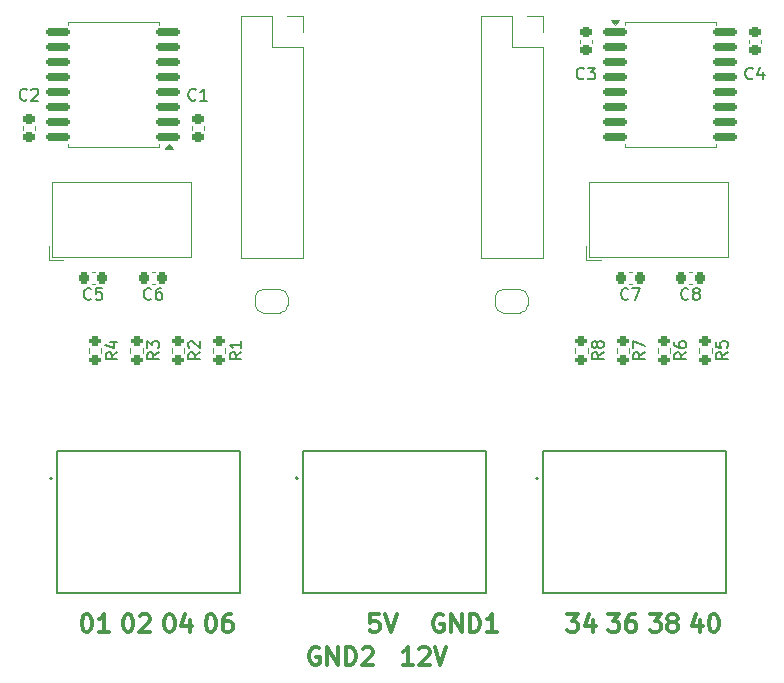
<source format=gto>
G04 #@! TF.GenerationSoftware,KiCad,Pcbnew,8.0.8*
G04 #@! TF.CreationDate,2025-02-11T18:02:45+01:00*
G04 #@! TF.ProjectId,PCB,5043422e-6b69-4636-9164-5f7063625858,rev?*
G04 #@! TF.SameCoordinates,Original*
G04 #@! TF.FileFunction,Legend,Top*
G04 #@! TF.FilePolarity,Positive*
%FSLAX46Y46*%
G04 Gerber Fmt 4.6, Leading zero omitted, Abs format (unit mm)*
G04 Created by KiCad (PCBNEW 8.0.8) date 2025-02-11 18:02:45*
%MOMM*%
%LPD*%
G01*
G04 APERTURE LIST*
G04 Aperture macros list*
%AMRoundRect*
0 Rectangle with rounded corners*
0 $1 Rounding radius*
0 $2 $3 $4 $5 $6 $7 $8 $9 X,Y pos of 4 corners*
0 Add a 4 corners polygon primitive as box body*
4,1,4,$2,$3,$4,$5,$6,$7,$8,$9,$2,$3,0*
0 Add four circle primitives for the rounded corners*
1,1,$1+$1,$2,$3*
1,1,$1+$1,$4,$5*
1,1,$1+$1,$6,$7*
1,1,$1+$1,$8,$9*
0 Add four rect primitives between the rounded corners*
20,1,$1+$1,$2,$3,$4,$5,0*
20,1,$1+$1,$4,$5,$6,$7,0*
20,1,$1+$1,$6,$7,$8,$9,0*
20,1,$1+$1,$8,$9,$2,$3,0*%
%AMFreePoly0*
4,1,19,0.500000,-0.750000,0.000000,-0.750000,0.000000,-0.744911,-0.071157,-0.744911,-0.207708,-0.704816,-0.327430,-0.627875,-0.420627,-0.520320,-0.479746,-0.390866,-0.500000,-0.250000,-0.500000,0.250000,-0.479746,0.390866,-0.420627,0.520320,-0.327430,0.627875,-0.207708,0.704816,-0.071157,0.744911,0.000000,0.744911,0.000000,0.750000,0.500000,0.750000,0.500000,-0.750000,0.500000,-0.750000,
$1*%
%AMFreePoly1*
4,1,19,0.000000,0.744911,0.071157,0.744911,0.207708,0.704816,0.327430,0.627875,0.420627,0.520320,0.479746,0.390866,0.500000,0.250000,0.500000,-0.250000,0.479746,-0.390866,0.420627,-0.520320,0.327430,-0.627875,0.207708,-0.704816,0.071157,-0.744911,0.000000,-0.744911,0.000000,-0.750000,-0.500000,-0.750000,-0.500000,0.750000,0.000000,0.750000,0.000000,0.744911,0.000000,0.744911,
$1*%
G04 Aperture macros list end*
%ADD10C,0.300000*%
%ADD11C,0.150000*%
%ADD12C,0.120000*%
%ADD13C,0.127000*%
%ADD14C,0.200000*%
%ADD15O,1.750000X2.250000*%
%ADD16RoundRect,0.200000X-0.275000X0.200000X-0.275000X-0.200000X0.275000X-0.200000X0.275000X0.200000X0*%
%ADD17C,4.300000*%
%ADD18RoundRect,0.150000X0.875000X0.150000X-0.875000X0.150000X-0.875000X-0.150000X0.875000X-0.150000X0*%
%ADD19C,1.700000*%
%ADD20O,1.700000X1.700000*%
%ADD21C,1.712000*%
%ADD22RoundRect,0.225000X0.225000X0.250000X-0.225000X0.250000X-0.225000X-0.250000X0.225000X-0.250000X0*%
%ADD23RoundRect,0.225000X0.250000X-0.225000X0.250000X0.225000X-0.250000X0.225000X-0.250000X-0.225000X0*%
%ADD24FreePoly0,180.000000*%
%ADD25FreePoly1,180.000000*%
%ADD26RoundRect,0.225000X-0.250000X0.225000X-0.250000X-0.225000X0.250000X-0.225000X0.250000X0.225000X0*%
%ADD27RoundRect,0.150000X-0.875000X-0.150000X0.875000X-0.150000X0.875000X0.150000X-0.875000X0.150000X0*%
G04 APERTURE END LIST*
D10*
X115836286Y-115336828D02*
X115979143Y-115336828D01*
X115979143Y-115336828D02*
X116122000Y-115408257D01*
X116122000Y-115408257D02*
X116193429Y-115479685D01*
X116193429Y-115479685D02*
X116264857Y-115622542D01*
X116264857Y-115622542D02*
X116336286Y-115908257D01*
X116336286Y-115908257D02*
X116336286Y-116265400D01*
X116336286Y-116265400D02*
X116264857Y-116551114D01*
X116264857Y-116551114D02*
X116193429Y-116693971D01*
X116193429Y-116693971D02*
X116122000Y-116765400D01*
X116122000Y-116765400D02*
X115979143Y-116836828D01*
X115979143Y-116836828D02*
X115836286Y-116836828D01*
X115836286Y-116836828D02*
X115693429Y-116765400D01*
X115693429Y-116765400D02*
X115622000Y-116693971D01*
X115622000Y-116693971D02*
X115550571Y-116551114D01*
X115550571Y-116551114D02*
X115479143Y-116265400D01*
X115479143Y-116265400D02*
X115479143Y-115908257D01*
X115479143Y-115908257D02*
X115550571Y-115622542D01*
X115550571Y-115622542D02*
X115622000Y-115479685D01*
X115622000Y-115479685D02*
X115693429Y-115408257D01*
X115693429Y-115408257D02*
X115836286Y-115336828D01*
X117764857Y-116836828D02*
X116907714Y-116836828D01*
X117336285Y-116836828D02*
X117336285Y-115336828D01*
X117336285Y-115336828D02*
X117193428Y-115551114D01*
X117193428Y-115551114D02*
X117050571Y-115693971D01*
X117050571Y-115693971D02*
X116907714Y-115765400D01*
X126336286Y-115336828D02*
X126479143Y-115336828D01*
X126479143Y-115336828D02*
X126622000Y-115408257D01*
X126622000Y-115408257D02*
X126693429Y-115479685D01*
X126693429Y-115479685D02*
X126764857Y-115622542D01*
X126764857Y-115622542D02*
X126836286Y-115908257D01*
X126836286Y-115908257D02*
X126836286Y-116265400D01*
X126836286Y-116265400D02*
X126764857Y-116551114D01*
X126764857Y-116551114D02*
X126693429Y-116693971D01*
X126693429Y-116693971D02*
X126622000Y-116765400D01*
X126622000Y-116765400D02*
X126479143Y-116836828D01*
X126479143Y-116836828D02*
X126336286Y-116836828D01*
X126336286Y-116836828D02*
X126193429Y-116765400D01*
X126193429Y-116765400D02*
X126122000Y-116693971D01*
X126122000Y-116693971D02*
X126050571Y-116551114D01*
X126050571Y-116551114D02*
X125979143Y-116265400D01*
X125979143Y-116265400D02*
X125979143Y-115908257D01*
X125979143Y-115908257D02*
X126050571Y-115622542D01*
X126050571Y-115622542D02*
X126122000Y-115479685D01*
X126122000Y-115479685D02*
X126193429Y-115408257D01*
X126193429Y-115408257D02*
X126336286Y-115336828D01*
X128122000Y-115336828D02*
X127836285Y-115336828D01*
X127836285Y-115336828D02*
X127693428Y-115408257D01*
X127693428Y-115408257D02*
X127622000Y-115479685D01*
X127622000Y-115479685D02*
X127479142Y-115693971D01*
X127479142Y-115693971D02*
X127407714Y-115979685D01*
X127407714Y-115979685D02*
X127407714Y-116551114D01*
X127407714Y-116551114D02*
X127479142Y-116693971D01*
X127479142Y-116693971D02*
X127550571Y-116765400D01*
X127550571Y-116765400D02*
X127693428Y-116836828D01*
X127693428Y-116836828D02*
X127979142Y-116836828D01*
X127979142Y-116836828D02*
X128122000Y-116765400D01*
X128122000Y-116765400D02*
X128193428Y-116693971D01*
X128193428Y-116693971D02*
X128264857Y-116551114D01*
X128264857Y-116551114D02*
X128264857Y-116193971D01*
X128264857Y-116193971D02*
X128193428Y-116051114D01*
X128193428Y-116051114D02*
X128122000Y-115979685D01*
X128122000Y-115979685D02*
X127979142Y-115908257D01*
X127979142Y-115908257D02*
X127693428Y-115908257D01*
X127693428Y-115908257D02*
X127550571Y-115979685D01*
X127550571Y-115979685D02*
X127479142Y-116051114D01*
X127479142Y-116051114D02*
X127407714Y-116193971D01*
X119336286Y-115336828D02*
X119479143Y-115336828D01*
X119479143Y-115336828D02*
X119622000Y-115408257D01*
X119622000Y-115408257D02*
X119693429Y-115479685D01*
X119693429Y-115479685D02*
X119764857Y-115622542D01*
X119764857Y-115622542D02*
X119836286Y-115908257D01*
X119836286Y-115908257D02*
X119836286Y-116265400D01*
X119836286Y-116265400D02*
X119764857Y-116551114D01*
X119764857Y-116551114D02*
X119693429Y-116693971D01*
X119693429Y-116693971D02*
X119622000Y-116765400D01*
X119622000Y-116765400D02*
X119479143Y-116836828D01*
X119479143Y-116836828D02*
X119336286Y-116836828D01*
X119336286Y-116836828D02*
X119193429Y-116765400D01*
X119193429Y-116765400D02*
X119122000Y-116693971D01*
X119122000Y-116693971D02*
X119050571Y-116551114D01*
X119050571Y-116551114D02*
X118979143Y-116265400D01*
X118979143Y-116265400D02*
X118979143Y-115908257D01*
X118979143Y-115908257D02*
X119050571Y-115622542D01*
X119050571Y-115622542D02*
X119122000Y-115479685D01*
X119122000Y-115479685D02*
X119193429Y-115408257D01*
X119193429Y-115408257D02*
X119336286Y-115336828D01*
X120407714Y-115479685D02*
X120479142Y-115408257D01*
X120479142Y-115408257D02*
X120622000Y-115336828D01*
X120622000Y-115336828D02*
X120979142Y-115336828D01*
X120979142Y-115336828D02*
X121122000Y-115408257D01*
X121122000Y-115408257D02*
X121193428Y-115479685D01*
X121193428Y-115479685D02*
X121264857Y-115622542D01*
X121264857Y-115622542D02*
X121264857Y-115765400D01*
X121264857Y-115765400D02*
X121193428Y-115979685D01*
X121193428Y-115979685D02*
X120336285Y-116836828D01*
X120336285Y-116836828D02*
X121264857Y-116836828D01*
X160067714Y-115336828D02*
X160996286Y-115336828D01*
X160996286Y-115336828D02*
X160496286Y-115908257D01*
X160496286Y-115908257D02*
X160710571Y-115908257D01*
X160710571Y-115908257D02*
X160853429Y-115979685D01*
X160853429Y-115979685D02*
X160924857Y-116051114D01*
X160924857Y-116051114D02*
X160996286Y-116193971D01*
X160996286Y-116193971D02*
X160996286Y-116551114D01*
X160996286Y-116551114D02*
X160924857Y-116693971D01*
X160924857Y-116693971D02*
X160853429Y-116765400D01*
X160853429Y-116765400D02*
X160710571Y-116836828D01*
X160710571Y-116836828D02*
X160282000Y-116836828D01*
X160282000Y-116836828D02*
X160139143Y-116765400D01*
X160139143Y-116765400D02*
X160067714Y-116693971D01*
X162282000Y-115336828D02*
X161996285Y-115336828D01*
X161996285Y-115336828D02*
X161853428Y-115408257D01*
X161853428Y-115408257D02*
X161782000Y-115479685D01*
X161782000Y-115479685D02*
X161639142Y-115693971D01*
X161639142Y-115693971D02*
X161567714Y-115979685D01*
X161567714Y-115979685D02*
X161567714Y-116551114D01*
X161567714Y-116551114D02*
X161639142Y-116693971D01*
X161639142Y-116693971D02*
X161710571Y-116765400D01*
X161710571Y-116765400D02*
X161853428Y-116836828D01*
X161853428Y-116836828D02*
X162139142Y-116836828D01*
X162139142Y-116836828D02*
X162282000Y-116765400D01*
X162282000Y-116765400D02*
X162353428Y-116693971D01*
X162353428Y-116693971D02*
X162424857Y-116551114D01*
X162424857Y-116551114D02*
X162424857Y-116193971D01*
X162424857Y-116193971D02*
X162353428Y-116051114D01*
X162353428Y-116051114D02*
X162282000Y-115979685D01*
X162282000Y-115979685D02*
X162139142Y-115908257D01*
X162139142Y-115908257D02*
X161853428Y-115908257D01*
X161853428Y-115908257D02*
X161710571Y-115979685D01*
X161710571Y-115979685D02*
X161639142Y-116051114D01*
X161639142Y-116051114D02*
X161567714Y-116193971D01*
X135567357Y-118192257D02*
X135424500Y-118120828D01*
X135424500Y-118120828D02*
X135210214Y-118120828D01*
X135210214Y-118120828D02*
X134995928Y-118192257D01*
X134995928Y-118192257D02*
X134853071Y-118335114D01*
X134853071Y-118335114D02*
X134781642Y-118477971D01*
X134781642Y-118477971D02*
X134710214Y-118763685D01*
X134710214Y-118763685D02*
X134710214Y-118977971D01*
X134710214Y-118977971D02*
X134781642Y-119263685D01*
X134781642Y-119263685D02*
X134853071Y-119406542D01*
X134853071Y-119406542D02*
X134995928Y-119549400D01*
X134995928Y-119549400D02*
X135210214Y-119620828D01*
X135210214Y-119620828D02*
X135353071Y-119620828D01*
X135353071Y-119620828D02*
X135567357Y-119549400D01*
X135567357Y-119549400D02*
X135638785Y-119477971D01*
X135638785Y-119477971D02*
X135638785Y-118977971D01*
X135638785Y-118977971D02*
X135353071Y-118977971D01*
X136281642Y-119620828D02*
X136281642Y-118120828D01*
X136281642Y-118120828D02*
X137138785Y-119620828D01*
X137138785Y-119620828D02*
X137138785Y-118120828D01*
X137853071Y-119620828D02*
X137853071Y-118120828D01*
X137853071Y-118120828D02*
X138210214Y-118120828D01*
X138210214Y-118120828D02*
X138424500Y-118192257D01*
X138424500Y-118192257D02*
X138567357Y-118335114D01*
X138567357Y-118335114D02*
X138638786Y-118477971D01*
X138638786Y-118477971D02*
X138710214Y-118763685D01*
X138710214Y-118763685D02*
X138710214Y-118977971D01*
X138710214Y-118977971D02*
X138638786Y-119263685D01*
X138638786Y-119263685D02*
X138567357Y-119406542D01*
X138567357Y-119406542D02*
X138424500Y-119549400D01*
X138424500Y-119549400D02*
X138210214Y-119620828D01*
X138210214Y-119620828D02*
X137853071Y-119620828D01*
X139281643Y-118263685D02*
X139353071Y-118192257D01*
X139353071Y-118192257D02*
X139495929Y-118120828D01*
X139495929Y-118120828D02*
X139853071Y-118120828D01*
X139853071Y-118120828D02*
X139995929Y-118192257D01*
X139995929Y-118192257D02*
X140067357Y-118263685D01*
X140067357Y-118263685D02*
X140138786Y-118406542D01*
X140138786Y-118406542D02*
X140138786Y-118549400D01*
X140138786Y-118549400D02*
X140067357Y-118763685D01*
X140067357Y-118763685D02*
X139210214Y-119620828D01*
X139210214Y-119620828D02*
X140138786Y-119620828D01*
X156567714Y-115336828D02*
X157496286Y-115336828D01*
X157496286Y-115336828D02*
X156996286Y-115908257D01*
X156996286Y-115908257D02*
X157210571Y-115908257D01*
X157210571Y-115908257D02*
X157353429Y-115979685D01*
X157353429Y-115979685D02*
X157424857Y-116051114D01*
X157424857Y-116051114D02*
X157496286Y-116193971D01*
X157496286Y-116193971D02*
X157496286Y-116551114D01*
X157496286Y-116551114D02*
X157424857Y-116693971D01*
X157424857Y-116693971D02*
X157353429Y-116765400D01*
X157353429Y-116765400D02*
X157210571Y-116836828D01*
X157210571Y-116836828D02*
X156782000Y-116836828D01*
X156782000Y-116836828D02*
X156639143Y-116765400D01*
X156639143Y-116765400D02*
X156567714Y-116693971D01*
X158782000Y-115836828D02*
X158782000Y-116836828D01*
X158424857Y-115265400D02*
X158067714Y-116336828D01*
X158067714Y-116336828D02*
X158996285Y-116336828D01*
X140638786Y-115336828D02*
X139924500Y-115336828D01*
X139924500Y-115336828D02*
X139853072Y-116051114D01*
X139853072Y-116051114D02*
X139924500Y-115979685D01*
X139924500Y-115979685D02*
X140067358Y-115908257D01*
X140067358Y-115908257D02*
X140424500Y-115908257D01*
X140424500Y-115908257D02*
X140567358Y-115979685D01*
X140567358Y-115979685D02*
X140638786Y-116051114D01*
X140638786Y-116051114D02*
X140710215Y-116193971D01*
X140710215Y-116193971D02*
X140710215Y-116551114D01*
X140710215Y-116551114D02*
X140638786Y-116693971D01*
X140638786Y-116693971D02*
X140567358Y-116765400D01*
X140567358Y-116765400D02*
X140424500Y-116836828D01*
X140424500Y-116836828D02*
X140067358Y-116836828D01*
X140067358Y-116836828D02*
X139924500Y-116765400D01*
X139924500Y-116765400D02*
X139853072Y-116693971D01*
X141138786Y-115336828D02*
X141638786Y-116836828D01*
X141638786Y-116836828D02*
X142138786Y-115336828D01*
X146067357Y-115408257D02*
X145924500Y-115336828D01*
X145924500Y-115336828D02*
X145710214Y-115336828D01*
X145710214Y-115336828D02*
X145495928Y-115408257D01*
X145495928Y-115408257D02*
X145353071Y-115551114D01*
X145353071Y-115551114D02*
X145281642Y-115693971D01*
X145281642Y-115693971D02*
X145210214Y-115979685D01*
X145210214Y-115979685D02*
X145210214Y-116193971D01*
X145210214Y-116193971D02*
X145281642Y-116479685D01*
X145281642Y-116479685D02*
X145353071Y-116622542D01*
X145353071Y-116622542D02*
X145495928Y-116765400D01*
X145495928Y-116765400D02*
X145710214Y-116836828D01*
X145710214Y-116836828D02*
X145853071Y-116836828D01*
X145853071Y-116836828D02*
X146067357Y-116765400D01*
X146067357Y-116765400D02*
X146138785Y-116693971D01*
X146138785Y-116693971D02*
X146138785Y-116193971D01*
X146138785Y-116193971D02*
X145853071Y-116193971D01*
X146781642Y-116836828D02*
X146781642Y-115336828D01*
X146781642Y-115336828D02*
X147638785Y-116836828D01*
X147638785Y-116836828D02*
X147638785Y-115336828D01*
X148353071Y-116836828D02*
X148353071Y-115336828D01*
X148353071Y-115336828D02*
X148710214Y-115336828D01*
X148710214Y-115336828D02*
X148924500Y-115408257D01*
X148924500Y-115408257D02*
X149067357Y-115551114D01*
X149067357Y-115551114D02*
X149138786Y-115693971D01*
X149138786Y-115693971D02*
X149210214Y-115979685D01*
X149210214Y-115979685D02*
X149210214Y-116193971D01*
X149210214Y-116193971D02*
X149138786Y-116479685D01*
X149138786Y-116479685D02*
X149067357Y-116622542D01*
X149067357Y-116622542D02*
X148924500Y-116765400D01*
X148924500Y-116765400D02*
X148710214Y-116836828D01*
X148710214Y-116836828D02*
X148353071Y-116836828D01*
X150638786Y-116836828D02*
X149781643Y-116836828D01*
X150210214Y-116836828D02*
X150210214Y-115336828D01*
X150210214Y-115336828D02*
X150067357Y-115551114D01*
X150067357Y-115551114D02*
X149924500Y-115693971D01*
X149924500Y-115693971D02*
X149781643Y-115765400D01*
X143495929Y-119620828D02*
X142638786Y-119620828D01*
X143067357Y-119620828D02*
X143067357Y-118120828D01*
X143067357Y-118120828D02*
X142924500Y-118335114D01*
X142924500Y-118335114D02*
X142781643Y-118477971D01*
X142781643Y-118477971D02*
X142638786Y-118549400D01*
X144067357Y-118263685D02*
X144138785Y-118192257D01*
X144138785Y-118192257D02*
X144281643Y-118120828D01*
X144281643Y-118120828D02*
X144638785Y-118120828D01*
X144638785Y-118120828D02*
X144781643Y-118192257D01*
X144781643Y-118192257D02*
X144853071Y-118263685D01*
X144853071Y-118263685D02*
X144924500Y-118406542D01*
X144924500Y-118406542D02*
X144924500Y-118549400D01*
X144924500Y-118549400D02*
X144853071Y-118763685D01*
X144853071Y-118763685D02*
X143995928Y-119620828D01*
X143995928Y-119620828D02*
X144924500Y-119620828D01*
X145353071Y-118120828D02*
X145853071Y-119620828D01*
X145853071Y-119620828D02*
X146353071Y-118120828D01*
X122836286Y-115336828D02*
X122979143Y-115336828D01*
X122979143Y-115336828D02*
X123122000Y-115408257D01*
X123122000Y-115408257D02*
X123193429Y-115479685D01*
X123193429Y-115479685D02*
X123264857Y-115622542D01*
X123264857Y-115622542D02*
X123336286Y-115908257D01*
X123336286Y-115908257D02*
X123336286Y-116265400D01*
X123336286Y-116265400D02*
X123264857Y-116551114D01*
X123264857Y-116551114D02*
X123193429Y-116693971D01*
X123193429Y-116693971D02*
X123122000Y-116765400D01*
X123122000Y-116765400D02*
X122979143Y-116836828D01*
X122979143Y-116836828D02*
X122836286Y-116836828D01*
X122836286Y-116836828D02*
X122693429Y-116765400D01*
X122693429Y-116765400D02*
X122622000Y-116693971D01*
X122622000Y-116693971D02*
X122550571Y-116551114D01*
X122550571Y-116551114D02*
X122479143Y-116265400D01*
X122479143Y-116265400D02*
X122479143Y-115908257D01*
X122479143Y-115908257D02*
X122550571Y-115622542D01*
X122550571Y-115622542D02*
X122622000Y-115479685D01*
X122622000Y-115479685D02*
X122693429Y-115408257D01*
X122693429Y-115408257D02*
X122836286Y-115336828D01*
X124622000Y-115836828D02*
X124622000Y-116836828D01*
X124264857Y-115265400D02*
X123907714Y-116336828D01*
X123907714Y-116336828D02*
X124836285Y-116336828D01*
X167853429Y-115836828D02*
X167853429Y-116836828D01*
X167496286Y-115265400D02*
X167139143Y-116336828D01*
X167139143Y-116336828D02*
X168067714Y-116336828D01*
X168924857Y-115336828D02*
X169067714Y-115336828D01*
X169067714Y-115336828D02*
X169210571Y-115408257D01*
X169210571Y-115408257D02*
X169282000Y-115479685D01*
X169282000Y-115479685D02*
X169353428Y-115622542D01*
X169353428Y-115622542D02*
X169424857Y-115908257D01*
X169424857Y-115908257D02*
X169424857Y-116265400D01*
X169424857Y-116265400D02*
X169353428Y-116551114D01*
X169353428Y-116551114D02*
X169282000Y-116693971D01*
X169282000Y-116693971D02*
X169210571Y-116765400D01*
X169210571Y-116765400D02*
X169067714Y-116836828D01*
X169067714Y-116836828D02*
X168924857Y-116836828D01*
X168924857Y-116836828D02*
X168782000Y-116765400D01*
X168782000Y-116765400D02*
X168710571Y-116693971D01*
X168710571Y-116693971D02*
X168639142Y-116551114D01*
X168639142Y-116551114D02*
X168567714Y-116265400D01*
X168567714Y-116265400D02*
X168567714Y-115908257D01*
X168567714Y-115908257D02*
X168639142Y-115622542D01*
X168639142Y-115622542D02*
X168710571Y-115479685D01*
X168710571Y-115479685D02*
X168782000Y-115408257D01*
X168782000Y-115408257D02*
X168924857Y-115336828D01*
X163567714Y-115336828D02*
X164496286Y-115336828D01*
X164496286Y-115336828D02*
X163996286Y-115908257D01*
X163996286Y-115908257D02*
X164210571Y-115908257D01*
X164210571Y-115908257D02*
X164353429Y-115979685D01*
X164353429Y-115979685D02*
X164424857Y-116051114D01*
X164424857Y-116051114D02*
X164496286Y-116193971D01*
X164496286Y-116193971D02*
X164496286Y-116551114D01*
X164496286Y-116551114D02*
X164424857Y-116693971D01*
X164424857Y-116693971D02*
X164353429Y-116765400D01*
X164353429Y-116765400D02*
X164210571Y-116836828D01*
X164210571Y-116836828D02*
X163782000Y-116836828D01*
X163782000Y-116836828D02*
X163639143Y-116765400D01*
X163639143Y-116765400D02*
X163567714Y-116693971D01*
X165353428Y-115979685D02*
X165210571Y-115908257D01*
X165210571Y-115908257D02*
X165139142Y-115836828D01*
X165139142Y-115836828D02*
X165067714Y-115693971D01*
X165067714Y-115693971D02*
X165067714Y-115622542D01*
X165067714Y-115622542D02*
X165139142Y-115479685D01*
X165139142Y-115479685D02*
X165210571Y-115408257D01*
X165210571Y-115408257D02*
X165353428Y-115336828D01*
X165353428Y-115336828D02*
X165639142Y-115336828D01*
X165639142Y-115336828D02*
X165782000Y-115408257D01*
X165782000Y-115408257D02*
X165853428Y-115479685D01*
X165853428Y-115479685D02*
X165924857Y-115622542D01*
X165924857Y-115622542D02*
X165924857Y-115693971D01*
X165924857Y-115693971D02*
X165853428Y-115836828D01*
X165853428Y-115836828D02*
X165782000Y-115908257D01*
X165782000Y-115908257D02*
X165639142Y-115979685D01*
X165639142Y-115979685D02*
X165353428Y-115979685D01*
X165353428Y-115979685D02*
X165210571Y-116051114D01*
X165210571Y-116051114D02*
X165139142Y-116122542D01*
X165139142Y-116122542D02*
X165067714Y-116265400D01*
X165067714Y-116265400D02*
X165067714Y-116551114D01*
X165067714Y-116551114D02*
X165139142Y-116693971D01*
X165139142Y-116693971D02*
X165210571Y-116765400D01*
X165210571Y-116765400D02*
X165353428Y-116836828D01*
X165353428Y-116836828D02*
X165639142Y-116836828D01*
X165639142Y-116836828D02*
X165782000Y-116765400D01*
X165782000Y-116765400D02*
X165853428Y-116693971D01*
X165853428Y-116693971D02*
X165924857Y-116551114D01*
X165924857Y-116551114D02*
X165924857Y-116265400D01*
X165924857Y-116265400D02*
X165853428Y-116122542D01*
X165853428Y-116122542D02*
X165782000Y-116051114D01*
X165782000Y-116051114D02*
X165639142Y-115979685D01*
D11*
X170166819Y-93161666D02*
X169690628Y-93494999D01*
X170166819Y-93733094D02*
X169166819Y-93733094D01*
X169166819Y-93733094D02*
X169166819Y-93352142D01*
X169166819Y-93352142D02*
X169214438Y-93256904D01*
X169214438Y-93256904D02*
X169262057Y-93209285D01*
X169262057Y-93209285D02*
X169357295Y-93161666D01*
X169357295Y-93161666D02*
X169500152Y-93161666D01*
X169500152Y-93161666D02*
X169595390Y-93209285D01*
X169595390Y-93209285D02*
X169643009Y-93256904D01*
X169643009Y-93256904D02*
X169690628Y-93352142D01*
X169690628Y-93352142D02*
X169690628Y-93733094D01*
X169166819Y-92256904D02*
X169166819Y-92733094D01*
X169166819Y-92733094D02*
X169643009Y-92780713D01*
X169643009Y-92780713D02*
X169595390Y-92733094D01*
X169595390Y-92733094D02*
X169547771Y-92637856D01*
X169547771Y-92637856D02*
X169547771Y-92399761D01*
X169547771Y-92399761D02*
X169595390Y-92304523D01*
X169595390Y-92304523D02*
X169643009Y-92256904D01*
X169643009Y-92256904D02*
X169738247Y-92209285D01*
X169738247Y-92209285D02*
X169976342Y-92209285D01*
X169976342Y-92209285D02*
X170071580Y-92256904D01*
X170071580Y-92256904D02*
X170119200Y-92304523D01*
X170119200Y-92304523D02*
X170166819Y-92399761D01*
X170166819Y-92399761D02*
X170166819Y-92637856D01*
X170166819Y-92637856D02*
X170119200Y-92733094D01*
X170119200Y-92733094D02*
X170071580Y-92780713D01*
X125506819Y-93161666D02*
X125030628Y-93494999D01*
X125506819Y-93733094D02*
X124506819Y-93733094D01*
X124506819Y-93733094D02*
X124506819Y-93352142D01*
X124506819Y-93352142D02*
X124554438Y-93256904D01*
X124554438Y-93256904D02*
X124602057Y-93209285D01*
X124602057Y-93209285D02*
X124697295Y-93161666D01*
X124697295Y-93161666D02*
X124840152Y-93161666D01*
X124840152Y-93161666D02*
X124935390Y-93209285D01*
X124935390Y-93209285D02*
X124983009Y-93256904D01*
X124983009Y-93256904D02*
X125030628Y-93352142D01*
X125030628Y-93352142D02*
X125030628Y-93733094D01*
X124602057Y-92780713D02*
X124554438Y-92733094D01*
X124554438Y-92733094D02*
X124506819Y-92637856D01*
X124506819Y-92637856D02*
X124506819Y-92399761D01*
X124506819Y-92399761D02*
X124554438Y-92304523D01*
X124554438Y-92304523D02*
X124602057Y-92256904D01*
X124602057Y-92256904D02*
X124697295Y-92209285D01*
X124697295Y-92209285D02*
X124792533Y-92209285D01*
X124792533Y-92209285D02*
X124935390Y-92256904D01*
X124935390Y-92256904D02*
X125506819Y-92828332D01*
X125506819Y-92828332D02*
X125506819Y-92209285D01*
X161765333Y-88609580D02*
X161717714Y-88657200D01*
X161717714Y-88657200D02*
X161574857Y-88704819D01*
X161574857Y-88704819D02*
X161479619Y-88704819D01*
X161479619Y-88704819D02*
X161336762Y-88657200D01*
X161336762Y-88657200D02*
X161241524Y-88561961D01*
X161241524Y-88561961D02*
X161193905Y-88466723D01*
X161193905Y-88466723D02*
X161146286Y-88276247D01*
X161146286Y-88276247D02*
X161146286Y-88133390D01*
X161146286Y-88133390D02*
X161193905Y-87942914D01*
X161193905Y-87942914D02*
X161241524Y-87847676D01*
X161241524Y-87847676D02*
X161336762Y-87752438D01*
X161336762Y-87752438D02*
X161479619Y-87704819D01*
X161479619Y-87704819D02*
X161574857Y-87704819D01*
X161574857Y-87704819D02*
X161717714Y-87752438D01*
X161717714Y-87752438D02*
X161765333Y-87800057D01*
X162098667Y-87704819D02*
X162765333Y-87704819D01*
X162765333Y-87704819D02*
X162336762Y-88704819D01*
X121365333Y-88609580D02*
X121317714Y-88657200D01*
X121317714Y-88657200D02*
X121174857Y-88704819D01*
X121174857Y-88704819D02*
X121079619Y-88704819D01*
X121079619Y-88704819D02*
X120936762Y-88657200D01*
X120936762Y-88657200D02*
X120841524Y-88561961D01*
X120841524Y-88561961D02*
X120793905Y-88466723D01*
X120793905Y-88466723D02*
X120746286Y-88276247D01*
X120746286Y-88276247D02*
X120746286Y-88133390D01*
X120746286Y-88133390D02*
X120793905Y-87942914D01*
X120793905Y-87942914D02*
X120841524Y-87847676D01*
X120841524Y-87847676D02*
X120936762Y-87752438D01*
X120936762Y-87752438D02*
X121079619Y-87704819D01*
X121079619Y-87704819D02*
X121174857Y-87704819D01*
X121174857Y-87704819D02*
X121317714Y-87752438D01*
X121317714Y-87752438D02*
X121365333Y-87800057D01*
X122222476Y-87704819D02*
X122032000Y-87704819D01*
X122032000Y-87704819D02*
X121936762Y-87752438D01*
X121936762Y-87752438D02*
X121889143Y-87800057D01*
X121889143Y-87800057D02*
X121793905Y-87942914D01*
X121793905Y-87942914D02*
X121746286Y-88133390D01*
X121746286Y-88133390D02*
X121746286Y-88514342D01*
X121746286Y-88514342D02*
X121793905Y-88609580D01*
X121793905Y-88609580D02*
X121841524Y-88657200D01*
X121841524Y-88657200D02*
X121936762Y-88704819D01*
X121936762Y-88704819D02*
X122127238Y-88704819D01*
X122127238Y-88704819D02*
X122222476Y-88657200D01*
X122222476Y-88657200D02*
X122270095Y-88609580D01*
X122270095Y-88609580D02*
X122317714Y-88514342D01*
X122317714Y-88514342D02*
X122317714Y-88276247D01*
X122317714Y-88276247D02*
X122270095Y-88181009D01*
X122270095Y-88181009D02*
X122222476Y-88133390D01*
X122222476Y-88133390D02*
X122127238Y-88085771D01*
X122127238Y-88085771D02*
X121936762Y-88085771D01*
X121936762Y-88085771D02*
X121841524Y-88133390D01*
X121841524Y-88133390D02*
X121793905Y-88181009D01*
X121793905Y-88181009D02*
X121746286Y-88276247D01*
X163166819Y-93161666D02*
X162690628Y-93494999D01*
X163166819Y-93733094D02*
X162166819Y-93733094D01*
X162166819Y-93733094D02*
X162166819Y-93352142D01*
X162166819Y-93352142D02*
X162214438Y-93256904D01*
X162214438Y-93256904D02*
X162262057Y-93209285D01*
X162262057Y-93209285D02*
X162357295Y-93161666D01*
X162357295Y-93161666D02*
X162500152Y-93161666D01*
X162500152Y-93161666D02*
X162595390Y-93209285D01*
X162595390Y-93209285D02*
X162643009Y-93256904D01*
X162643009Y-93256904D02*
X162690628Y-93352142D01*
X162690628Y-93352142D02*
X162690628Y-93733094D01*
X162166819Y-92828332D02*
X162166819Y-92161666D01*
X162166819Y-92161666D02*
X163166819Y-92590237D01*
X159666819Y-93161666D02*
X159190628Y-93494999D01*
X159666819Y-93733094D02*
X158666819Y-93733094D01*
X158666819Y-93733094D02*
X158666819Y-93352142D01*
X158666819Y-93352142D02*
X158714438Y-93256904D01*
X158714438Y-93256904D02*
X158762057Y-93209285D01*
X158762057Y-93209285D02*
X158857295Y-93161666D01*
X158857295Y-93161666D02*
X159000152Y-93161666D01*
X159000152Y-93161666D02*
X159095390Y-93209285D01*
X159095390Y-93209285D02*
X159143009Y-93256904D01*
X159143009Y-93256904D02*
X159190628Y-93352142D01*
X159190628Y-93352142D02*
X159190628Y-93733094D01*
X159095390Y-92590237D02*
X159047771Y-92685475D01*
X159047771Y-92685475D02*
X159000152Y-92733094D01*
X159000152Y-92733094D02*
X158904914Y-92780713D01*
X158904914Y-92780713D02*
X158857295Y-92780713D01*
X158857295Y-92780713D02*
X158762057Y-92733094D01*
X158762057Y-92733094D02*
X158714438Y-92685475D01*
X158714438Y-92685475D02*
X158666819Y-92590237D01*
X158666819Y-92590237D02*
X158666819Y-92399761D01*
X158666819Y-92399761D02*
X158714438Y-92304523D01*
X158714438Y-92304523D02*
X158762057Y-92256904D01*
X158762057Y-92256904D02*
X158857295Y-92209285D01*
X158857295Y-92209285D02*
X158904914Y-92209285D01*
X158904914Y-92209285D02*
X159000152Y-92256904D01*
X159000152Y-92256904D02*
X159047771Y-92304523D01*
X159047771Y-92304523D02*
X159095390Y-92399761D01*
X159095390Y-92399761D02*
X159095390Y-92590237D01*
X159095390Y-92590237D02*
X159143009Y-92685475D01*
X159143009Y-92685475D02*
X159190628Y-92733094D01*
X159190628Y-92733094D02*
X159285866Y-92780713D01*
X159285866Y-92780713D02*
X159476342Y-92780713D01*
X159476342Y-92780713D02*
X159571580Y-92733094D01*
X159571580Y-92733094D02*
X159619200Y-92685475D01*
X159619200Y-92685475D02*
X159666819Y-92590237D01*
X159666819Y-92590237D02*
X159666819Y-92399761D01*
X159666819Y-92399761D02*
X159619200Y-92304523D01*
X159619200Y-92304523D02*
X159571580Y-92256904D01*
X159571580Y-92256904D02*
X159476342Y-92209285D01*
X159476342Y-92209285D02*
X159285866Y-92209285D01*
X159285866Y-92209285D02*
X159190628Y-92256904D01*
X159190628Y-92256904D02*
X159143009Y-92304523D01*
X159143009Y-92304523D02*
X159095390Y-92399761D01*
X118506819Y-93161666D02*
X118030628Y-93494999D01*
X118506819Y-93733094D02*
X117506819Y-93733094D01*
X117506819Y-93733094D02*
X117506819Y-93352142D01*
X117506819Y-93352142D02*
X117554438Y-93256904D01*
X117554438Y-93256904D02*
X117602057Y-93209285D01*
X117602057Y-93209285D02*
X117697295Y-93161666D01*
X117697295Y-93161666D02*
X117840152Y-93161666D01*
X117840152Y-93161666D02*
X117935390Y-93209285D01*
X117935390Y-93209285D02*
X117983009Y-93256904D01*
X117983009Y-93256904D02*
X118030628Y-93352142D01*
X118030628Y-93352142D02*
X118030628Y-93733094D01*
X117840152Y-92304523D02*
X118506819Y-92304523D01*
X117459200Y-92542618D02*
X118173485Y-92780713D01*
X118173485Y-92780713D02*
X118173485Y-92161666D01*
X166666819Y-93161666D02*
X166190628Y-93494999D01*
X166666819Y-93733094D02*
X165666819Y-93733094D01*
X165666819Y-93733094D02*
X165666819Y-93352142D01*
X165666819Y-93352142D02*
X165714438Y-93256904D01*
X165714438Y-93256904D02*
X165762057Y-93209285D01*
X165762057Y-93209285D02*
X165857295Y-93161666D01*
X165857295Y-93161666D02*
X166000152Y-93161666D01*
X166000152Y-93161666D02*
X166095390Y-93209285D01*
X166095390Y-93209285D02*
X166143009Y-93256904D01*
X166143009Y-93256904D02*
X166190628Y-93352142D01*
X166190628Y-93352142D02*
X166190628Y-93733094D01*
X165666819Y-92304523D02*
X165666819Y-92494999D01*
X165666819Y-92494999D02*
X165714438Y-92590237D01*
X165714438Y-92590237D02*
X165762057Y-92637856D01*
X165762057Y-92637856D02*
X165904914Y-92733094D01*
X165904914Y-92733094D02*
X166095390Y-92780713D01*
X166095390Y-92780713D02*
X166476342Y-92780713D01*
X166476342Y-92780713D02*
X166571580Y-92733094D01*
X166571580Y-92733094D02*
X166619200Y-92685475D01*
X166619200Y-92685475D02*
X166666819Y-92590237D01*
X166666819Y-92590237D02*
X166666819Y-92399761D01*
X166666819Y-92399761D02*
X166619200Y-92304523D01*
X166619200Y-92304523D02*
X166571580Y-92256904D01*
X166571580Y-92256904D02*
X166476342Y-92209285D01*
X166476342Y-92209285D02*
X166238247Y-92209285D01*
X166238247Y-92209285D02*
X166143009Y-92256904D01*
X166143009Y-92256904D02*
X166095390Y-92304523D01*
X166095390Y-92304523D02*
X166047771Y-92399761D01*
X166047771Y-92399761D02*
X166047771Y-92590237D01*
X166047771Y-92590237D02*
X166095390Y-92685475D01*
X166095390Y-92685475D02*
X166143009Y-92733094D01*
X166143009Y-92733094D02*
X166238247Y-92780713D01*
X125135333Y-71739580D02*
X125087714Y-71787200D01*
X125087714Y-71787200D02*
X124944857Y-71834819D01*
X124944857Y-71834819D02*
X124849619Y-71834819D01*
X124849619Y-71834819D02*
X124706762Y-71787200D01*
X124706762Y-71787200D02*
X124611524Y-71691961D01*
X124611524Y-71691961D02*
X124563905Y-71596723D01*
X124563905Y-71596723D02*
X124516286Y-71406247D01*
X124516286Y-71406247D02*
X124516286Y-71263390D01*
X124516286Y-71263390D02*
X124563905Y-71072914D01*
X124563905Y-71072914D02*
X124611524Y-70977676D01*
X124611524Y-70977676D02*
X124706762Y-70882438D01*
X124706762Y-70882438D02*
X124849619Y-70834819D01*
X124849619Y-70834819D02*
X124944857Y-70834819D01*
X124944857Y-70834819D02*
X125087714Y-70882438D01*
X125087714Y-70882438D02*
X125135333Y-70930057D01*
X126087714Y-71834819D02*
X125516286Y-71834819D01*
X125802000Y-71834819D02*
X125802000Y-70834819D01*
X125802000Y-70834819D02*
X125706762Y-70977676D01*
X125706762Y-70977676D02*
X125611524Y-71072914D01*
X125611524Y-71072914D02*
X125516286Y-71120533D01*
X166845333Y-88609580D02*
X166797714Y-88657200D01*
X166797714Y-88657200D02*
X166654857Y-88704819D01*
X166654857Y-88704819D02*
X166559619Y-88704819D01*
X166559619Y-88704819D02*
X166416762Y-88657200D01*
X166416762Y-88657200D02*
X166321524Y-88561961D01*
X166321524Y-88561961D02*
X166273905Y-88466723D01*
X166273905Y-88466723D02*
X166226286Y-88276247D01*
X166226286Y-88276247D02*
X166226286Y-88133390D01*
X166226286Y-88133390D02*
X166273905Y-87942914D01*
X166273905Y-87942914D02*
X166321524Y-87847676D01*
X166321524Y-87847676D02*
X166416762Y-87752438D01*
X166416762Y-87752438D02*
X166559619Y-87704819D01*
X166559619Y-87704819D02*
X166654857Y-87704819D01*
X166654857Y-87704819D02*
X166797714Y-87752438D01*
X166797714Y-87752438D02*
X166845333Y-87800057D01*
X167416762Y-88133390D02*
X167321524Y-88085771D01*
X167321524Y-88085771D02*
X167273905Y-88038152D01*
X167273905Y-88038152D02*
X167226286Y-87942914D01*
X167226286Y-87942914D02*
X167226286Y-87895295D01*
X167226286Y-87895295D02*
X167273905Y-87800057D01*
X167273905Y-87800057D02*
X167321524Y-87752438D01*
X167321524Y-87752438D02*
X167416762Y-87704819D01*
X167416762Y-87704819D02*
X167607238Y-87704819D01*
X167607238Y-87704819D02*
X167702476Y-87752438D01*
X167702476Y-87752438D02*
X167750095Y-87800057D01*
X167750095Y-87800057D02*
X167797714Y-87895295D01*
X167797714Y-87895295D02*
X167797714Y-87942914D01*
X167797714Y-87942914D02*
X167750095Y-88038152D01*
X167750095Y-88038152D02*
X167702476Y-88085771D01*
X167702476Y-88085771D02*
X167607238Y-88133390D01*
X167607238Y-88133390D02*
X167416762Y-88133390D01*
X167416762Y-88133390D02*
X167321524Y-88181009D01*
X167321524Y-88181009D02*
X167273905Y-88228628D01*
X167273905Y-88228628D02*
X167226286Y-88323866D01*
X167226286Y-88323866D02*
X167226286Y-88514342D01*
X167226286Y-88514342D02*
X167273905Y-88609580D01*
X167273905Y-88609580D02*
X167321524Y-88657200D01*
X167321524Y-88657200D02*
X167416762Y-88704819D01*
X167416762Y-88704819D02*
X167607238Y-88704819D01*
X167607238Y-88704819D02*
X167702476Y-88657200D01*
X167702476Y-88657200D02*
X167750095Y-88609580D01*
X167750095Y-88609580D02*
X167797714Y-88514342D01*
X167797714Y-88514342D02*
X167797714Y-88323866D01*
X167797714Y-88323866D02*
X167750095Y-88228628D01*
X167750095Y-88228628D02*
X167702476Y-88181009D01*
X167702476Y-88181009D02*
X167607238Y-88133390D01*
X122006819Y-93161666D02*
X121530628Y-93494999D01*
X122006819Y-93733094D02*
X121006819Y-93733094D01*
X121006819Y-93733094D02*
X121006819Y-93352142D01*
X121006819Y-93352142D02*
X121054438Y-93256904D01*
X121054438Y-93256904D02*
X121102057Y-93209285D01*
X121102057Y-93209285D02*
X121197295Y-93161666D01*
X121197295Y-93161666D02*
X121340152Y-93161666D01*
X121340152Y-93161666D02*
X121435390Y-93209285D01*
X121435390Y-93209285D02*
X121483009Y-93256904D01*
X121483009Y-93256904D02*
X121530628Y-93352142D01*
X121530628Y-93352142D02*
X121530628Y-93733094D01*
X121006819Y-92828332D02*
X121006819Y-92209285D01*
X121006819Y-92209285D02*
X121387771Y-92542618D01*
X121387771Y-92542618D02*
X121387771Y-92399761D01*
X121387771Y-92399761D02*
X121435390Y-92304523D01*
X121435390Y-92304523D02*
X121483009Y-92256904D01*
X121483009Y-92256904D02*
X121578247Y-92209285D01*
X121578247Y-92209285D02*
X121816342Y-92209285D01*
X121816342Y-92209285D02*
X121911580Y-92256904D01*
X121911580Y-92256904D02*
X121959200Y-92304523D01*
X121959200Y-92304523D02*
X122006819Y-92399761D01*
X122006819Y-92399761D02*
X122006819Y-92685475D01*
X122006819Y-92685475D02*
X121959200Y-92780713D01*
X121959200Y-92780713D02*
X121911580Y-92828332D01*
X110835333Y-71739580D02*
X110787714Y-71787200D01*
X110787714Y-71787200D02*
X110644857Y-71834819D01*
X110644857Y-71834819D02*
X110549619Y-71834819D01*
X110549619Y-71834819D02*
X110406762Y-71787200D01*
X110406762Y-71787200D02*
X110311524Y-71691961D01*
X110311524Y-71691961D02*
X110263905Y-71596723D01*
X110263905Y-71596723D02*
X110216286Y-71406247D01*
X110216286Y-71406247D02*
X110216286Y-71263390D01*
X110216286Y-71263390D02*
X110263905Y-71072914D01*
X110263905Y-71072914D02*
X110311524Y-70977676D01*
X110311524Y-70977676D02*
X110406762Y-70882438D01*
X110406762Y-70882438D02*
X110549619Y-70834819D01*
X110549619Y-70834819D02*
X110644857Y-70834819D01*
X110644857Y-70834819D02*
X110787714Y-70882438D01*
X110787714Y-70882438D02*
X110835333Y-70930057D01*
X111216286Y-70930057D02*
X111263905Y-70882438D01*
X111263905Y-70882438D02*
X111359143Y-70834819D01*
X111359143Y-70834819D02*
X111597238Y-70834819D01*
X111597238Y-70834819D02*
X111692476Y-70882438D01*
X111692476Y-70882438D02*
X111740095Y-70930057D01*
X111740095Y-70930057D02*
X111787714Y-71025295D01*
X111787714Y-71025295D02*
X111787714Y-71120533D01*
X111787714Y-71120533D02*
X111740095Y-71263390D01*
X111740095Y-71263390D02*
X111168667Y-71834819D01*
X111168667Y-71834819D02*
X111787714Y-71834819D01*
X129006819Y-93161666D02*
X128530628Y-93494999D01*
X129006819Y-93733094D02*
X128006819Y-93733094D01*
X128006819Y-93733094D02*
X128006819Y-93352142D01*
X128006819Y-93352142D02*
X128054438Y-93256904D01*
X128054438Y-93256904D02*
X128102057Y-93209285D01*
X128102057Y-93209285D02*
X128197295Y-93161666D01*
X128197295Y-93161666D02*
X128340152Y-93161666D01*
X128340152Y-93161666D02*
X128435390Y-93209285D01*
X128435390Y-93209285D02*
X128483009Y-93256904D01*
X128483009Y-93256904D02*
X128530628Y-93352142D01*
X128530628Y-93352142D02*
X128530628Y-93733094D01*
X129006819Y-92209285D02*
X129006819Y-92780713D01*
X129006819Y-92494999D02*
X128006819Y-92494999D01*
X128006819Y-92494999D02*
X128149676Y-92590237D01*
X128149676Y-92590237D02*
X128244914Y-92685475D01*
X128244914Y-92685475D02*
X128292533Y-92780713D01*
X172295333Y-69949580D02*
X172247714Y-69997200D01*
X172247714Y-69997200D02*
X172104857Y-70044819D01*
X172104857Y-70044819D02*
X172009619Y-70044819D01*
X172009619Y-70044819D02*
X171866762Y-69997200D01*
X171866762Y-69997200D02*
X171771524Y-69901961D01*
X171771524Y-69901961D02*
X171723905Y-69806723D01*
X171723905Y-69806723D02*
X171676286Y-69616247D01*
X171676286Y-69616247D02*
X171676286Y-69473390D01*
X171676286Y-69473390D02*
X171723905Y-69282914D01*
X171723905Y-69282914D02*
X171771524Y-69187676D01*
X171771524Y-69187676D02*
X171866762Y-69092438D01*
X171866762Y-69092438D02*
X172009619Y-69044819D01*
X172009619Y-69044819D02*
X172104857Y-69044819D01*
X172104857Y-69044819D02*
X172247714Y-69092438D01*
X172247714Y-69092438D02*
X172295333Y-69140057D01*
X173152476Y-69378152D02*
X173152476Y-70044819D01*
X172914381Y-68997200D02*
X172676286Y-69711485D01*
X172676286Y-69711485D02*
X173295333Y-69711485D01*
X157995333Y-69949580D02*
X157947714Y-69997200D01*
X157947714Y-69997200D02*
X157804857Y-70044819D01*
X157804857Y-70044819D02*
X157709619Y-70044819D01*
X157709619Y-70044819D02*
X157566762Y-69997200D01*
X157566762Y-69997200D02*
X157471524Y-69901961D01*
X157471524Y-69901961D02*
X157423905Y-69806723D01*
X157423905Y-69806723D02*
X157376286Y-69616247D01*
X157376286Y-69616247D02*
X157376286Y-69473390D01*
X157376286Y-69473390D02*
X157423905Y-69282914D01*
X157423905Y-69282914D02*
X157471524Y-69187676D01*
X157471524Y-69187676D02*
X157566762Y-69092438D01*
X157566762Y-69092438D02*
X157709619Y-69044819D01*
X157709619Y-69044819D02*
X157804857Y-69044819D01*
X157804857Y-69044819D02*
X157947714Y-69092438D01*
X157947714Y-69092438D02*
X157995333Y-69140057D01*
X158328667Y-69044819D02*
X158947714Y-69044819D01*
X158947714Y-69044819D02*
X158614381Y-69425771D01*
X158614381Y-69425771D02*
X158757238Y-69425771D01*
X158757238Y-69425771D02*
X158852476Y-69473390D01*
X158852476Y-69473390D02*
X158900095Y-69521009D01*
X158900095Y-69521009D02*
X158947714Y-69616247D01*
X158947714Y-69616247D02*
X158947714Y-69854342D01*
X158947714Y-69854342D02*
X158900095Y-69949580D01*
X158900095Y-69949580D02*
X158852476Y-69997200D01*
X158852476Y-69997200D02*
X158757238Y-70044819D01*
X158757238Y-70044819D02*
X158471524Y-70044819D01*
X158471524Y-70044819D02*
X158376286Y-69997200D01*
X158376286Y-69997200D02*
X158328667Y-69949580D01*
X116285333Y-88609580D02*
X116237714Y-88657200D01*
X116237714Y-88657200D02*
X116094857Y-88704819D01*
X116094857Y-88704819D02*
X115999619Y-88704819D01*
X115999619Y-88704819D02*
X115856762Y-88657200D01*
X115856762Y-88657200D02*
X115761524Y-88561961D01*
X115761524Y-88561961D02*
X115713905Y-88466723D01*
X115713905Y-88466723D02*
X115666286Y-88276247D01*
X115666286Y-88276247D02*
X115666286Y-88133390D01*
X115666286Y-88133390D02*
X115713905Y-87942914D01*
X115713905Y-87942914D02*
X115761524Y-87847676D01*
X115761524Y-87847676D02*
X115856762Y-87752438D01*
X115856762Y-87752438D02*
X115999619Y-87704819D01*
X115999619Y-87704819D02*
X116094857Y-87704819D01*
X116094857Y-87704819D02*
X116237714Y-87752438D01*
X116237714Y-87752438D02*
X116285333Y-87800057D01*
X117190095Y-87704819D02*
X116713905Y-87704819D01*
X116713905Y-87704819D02*
X116666286Y-88181009D01*
X116666286Y-88181009D02*
X116713905Y-88133390D01*
X116713905Y-88133390D02*
X116809143Y-88085771D01*
X116809143Y-88085771D02*
X117047238Y-88085771D01*
X117047238Y-88085771D02*
X117142476Y-88133390D01*
X117142476Y-88133390D02*
X117190095Y-88181009D01*
X117190095Y-88181009D02*
X117237714Y-88276247D01*
X117237714Y-88276247D02*
X117237714Y-88514342D01*
X117237714Y-88514342D02*
X117190095Y-88609580D01*
X117190095Y-88609580D02*
X117142476Y-88657200D01*
X117142476Y-88657200D02*
X117047238Y-88704819D01*
X117047238Y-88704819D02*
X116809143Y-88704819D01*
X116809143Y-88704819D02*
X116713905Y-88657200D01*
X116713905Y-88657200D02*
X116666286Y-88609580D01*
D12*
X158212000Y-84120000D02*
X158212000Y-85320000D01*
X158212000Y-85320000D02*
X159412000Y-85320000D01*
X158462000Y-78730000D02*
X158462000Y-85070000D01*
X158462000Y-78730000D02*
X170232000Y-78730000D01*
X158462000Y-85070000D02*
X170232000Y-85070000D01*
X170232000Y-78730000D02*
X170232000Y-85070000D01*
X167759500Y-92757742D02*
X167759500Y-93232258D01*
X168804500Y-92757742D02*
X168804500Y-93232258D01*
X123099500Y-92757742D02*
X123099500Y-93232258D01*
X124144500Y-92757742D02*
X124144500Y-93232258D01*
X114292000Y-65225000D02*
X114292000Y-65480000D01*
X114292000Y-75745000D02*
X114292000Y-75490000D01*
X118152000Y-65225000D02*
X114292000Y-65225000D01*
X118152000Y-65225000D02*
X122012000Y-65225000D01*
X118152000Y-75745000D02*
X114292000Y-75745000D01*
X118152000Y-75745000D02*
X122012000Y-75745000D01*
X122012000Y-65225000D02*
X122012000Y-65480000D01*
X122012000Y-75745000D02*
X122012000Y-75490000D01*
X123204500Y-75960000D02*
X122524500Y-75960000D01*
X122864500Y-75490000D01*
X123204500Y-75960000D01*
G36*
X123204500Y-75960000D02*
G01*
X122524500Y-75960000D01*
X122864500Y-75490000D01*
X123204500Y-75960000D01*
G37*
X128972000Y-64710000D02*
X128972000Y-85150000D01*
X128972000Y-64710000D02*
X131572000Y-64710000D01*
X128972000Y-85150000D02*
X134172000Y-85150000D01*
X131572000Y-64710000D02*
X131572000Y-67310000D01*
X131572000Y-67310000D02*
X134172000Y-67310000D01*
X132842000Y-64710000D02*
X134172000Y-64710000D01*
X134172000Y-64710000D02*
X134172000Y-66040000D01*
X134172000Y-67310000D02*
X134172000Y-85150000D01*
D13*
X113372000Y-101520000D02*
X128872000Y-101520000D01*
X113372000Y-113520000D02*
X113372000Y-101520000D01*
X128872000Y-101520000D02*
X128872000Y-113520000D01*
X128872000Y-113520000D02*
X113372000Y-113520000D01*
D14*
X112972000Y-103820000D02*
G75*
G02*
X112772000Y-103820000I-100000J0D01*
G01*
X112772000Y-103820000D02*
G75*
G02*
X112972000Y-103820000I100000J0D01*
G01*
D12*
X162072580Y-86310000D02*
X161791420Y-86310000D01*
X162072580Y-87330000D02*
X161791420Y-87330000D01*
X121672580Y-86310000D02*
X121391420Y-86310000D01*
X121672580Y-87330000D02*
X121391420Y-87330000D01*
X160759500Y-92757742D02*
X160759500Y-93232258D01*
X161804500Y-92757742D02*
X161804500Y-93232258D01*
X157259500Y-92757742D02*
X157259500Y-93232258D01*
X158304500Y-92757742D02*
X158304500Y-93232258D01*
D13*
X134174500Y-101520000D02*
X149674500Y-101520000D01*
X134174500Y-113520000D02*
X134174500Y-101520000D01*
X149674500Y-101520000D02*
X149674500Y-113520000D01*
X149674500Y-113520000D02*
X134174500Y-113520000D01*
D14*
X133774500Y-103820000D02*
G75*
G02*
X133574500Y-103820000I-100000J0D01*
G01*
X133574500Y-103820000D02*
G75*
G02*
X133774500Y-103820000I100000J0D01*
G01*
D12*
X116099500Y-92757742D02*
X116099500Y-93232258D01*
X117144500Y-92757742D02*
X117144500Y-93232258D01*
X164259500Y-92757742D02*
X164259500Y-93232258D01*
X165304500Y-92757742D02*
X165304500Y-93232258D01*
X124792000Y-74295580D02*
X124792000Y-74014420D01*
X125812000Y-74295580D02*
X125812000Y-74014420D01*
X167152580Y-86310000D02*
X166871420Y-86310000D01*
X167152580Y-87330000D02*
X166871420Y-87330000D01*
X112732000Y-84120000D02*
X112732000Y-85320000D01*
X112732000Y-85320000D02*
X113932000Y-85320000D01*
X112982000Y-78730000D02*
X112982000Y-85070000D01*
X112982000Y-78730000D02*
X124752000Y-78730000D01*
X112982000Y-85070000D02*
X124752000Y-85070000D01*
X124752000Y-78730000D02*
X124752000Y-85070000D01*
X119599500Y-92757742D02*
X119599500Y-93232258D01*
X120644500Y-92757742D02*
X120644500Y-93232258D01*
X110492000Y-74295580D02*
X110492000Y-74014420D01*
X111512000Y-74295580D02*
X111512000Y-74014420D01*
X130152000Y-89120000D02*
X130152000Y-88520000D01*
X130852000Y-87820000D02*
X132252000Y-87820000D01*
X132252000Y-89820000D02*
X130852000Y-89820000D01*
X132952000Y-88520000D02*
X132952000Y-89120000D01*
X130152000Y-88520000D02*
G75*
G02*
X130852000Y-87820000I700000J0D01*
G01*
X130852000Y-89820000D02*
G75*
G02*
X130152000Y-89120000I0J700000D01*
G01*
X132252000Y-87820000D02*
G75*
G02*
X132952000Y-88520000I1J-699999D01*
G01*
X132952000Y-89120000D02*
G75*
G02*
X132252000Y-89820000I-699999J-1D01*
G01*
X149292000Y-64710000D02*
X149292000Y-85150000D01*
X149292000Y-64710000D02*
X151892000Y-64710000D01*
X149292000Y-85150000D02*
X154492000Y-85150000D01*
X151892000Y-64710000D02*
X151892000Y-67310000D01*
X151892000Y-67310000D02*
X154492000Y-67310000D01*
X153162000Y-64710000D02*
X154492000Y-64710000D01*
X154492000Y-64710000D02*
X154492000Y-66040000D01*
X154492000Y-67310000D02*
X154492000Y-85150000D01*
X126599500Y-92757742D02*
X126599500Y-93232258D01*
X127644500Y-92757742D02*
X127644500Y-93232258D01*
X171952000Y-66674420D02*
X171952000Y-66955580D01*
X172972000Y-66674420D02*
X172972000Y-66955580D01*
X150472000Y-89120000D02*
X150472000Y-88520000D01*
X151172000Y-87820000D02*
X152572000Y-87820000D01*
X152572000Y-89820000D02*
X151172000Y-89820000D01*
X153272000Y-88520000D02*
X153272000Y-89120000D01*
X150472000Y-88520000D02*
G75*
G02*
X151172000Y-87820000I700000J0D01*
G01*
X151172000Y-89820000D02*
G75*
G02*
X150472000Y-89120000I0J700000D01*
G01*
X152572000Y-87820000D02*
G75*
G02*
X153272000Y-88520000I1J-699999D01*
G01*
X153272000Y-89120000D02*
G75*
G02*
X152572000Y-89820000I-699999J-1D01*
G01*
X157652000Y-66674420D02*
X157652000Y-66955580D01*
X158672000Y-66674420D02*
X158672000Y-66955580D01*
D13*
X154532000Y-101520000D02*
X170032000Y-101520000D01*
X154532000Y-113520000D02*
X154532000Y-101520000D01*
X170032000Y-101520000D02*
X170032000Y-113520000D01*
X170032000Y-113520000D02*
X154532000Y-113520000D01*
D14*
X154132000Y-103820000D02*
G75*
G02*
X153932000Y-103820000I-100000J0D01*
G01*
X153932000Y-103820000D02*
G75*
G02*
X154132000Y-103820000I100000J0D01*
G01*
D12*
X116592580Y-86310000D02*
X116311420Y-86310000D01*
X116592580Y-87330000D02*
X116311420Y-87330000D01*
X161452000Y-65225000D02*
X161452000Y-65480000D01*
X161452000Y-75745000D02*
X161452000Y-75490000D01*
X165312000Y-65225000D02*
X161452000Y-65225000D01*
X165312000Y-65225000D02*
X169172000Y-65225000D01*
X165312000Y-75745000D02*
X161452000Y-75745000D01*
X165312000Y-75745000D02*
X169172000Y-75745000D01*
X169172000Y-65225000D02*
X169172000Y-65480000D01*
X169172000Y-75745000D02*
X169172000Y-75490000D01*
X160599500Y-65480000D02*
X160259500Y-65010000D01*
X160939500Y-65010000D01*
X160599500Y-65480000D01*
G36*
X160599500Y-65480000D02*
G01*
X160259500Y-65010000D01*
X160939500Y-65010000D01*
X160599500Y-65480000D01*
G37*
%LPC*%
D15*
X160662000Y-83820000D03*
X163202000Y-83820000D03*
X165742000Y-83820000D03*
X168282000Y-83820000D03*
D16*
X168282000Y-92170000D03*
X168282000Y-93820000D03*
D17*
X108502000Y-61040000D03*
D16*
X123622000Y-92170000D03*
X123622000Y-93820000D03*
D17*
X174962000Y-61040000D03*
D18*
X122802000Y-74930000D03*
X122802000Y-73660000D03*
X122802000Y-72390000D03*
X122802000Y-71120000D03*
X122802000Y-69850000D03*
X122802000Y-68580000D03*
X122802000Y-67310000D03*
X122802000Y-66040000D03*
X113502000Y-66040000D03*
X113502000Y-67310000D03*
X113502000Y-68580000D03*
X113502000Y-69850000D03*
X113502000Y-71120000D03*
X113502000Y-72390000D03*
X113502000Y-73660000D03*
X113502000Y-74930000D03*
D19*
X132842000Y-66040000D03*
D20*
X130302000Y-66040000D03*
X132842000Y-68580000D03*
X130302000Y-68580000D03*
X132842000Y-71120000D03*
X130302000Y-71120000D03*
X132842000Y-73660000D03*
X130302000Y-73660000D03*
X132842000Y-76200000D03*
X130302000Y-76200000D03*
X132842000Y-78740000D03*
X130302000Y-78740000D03*
X132842000Y-81280000D03*
X130302000Y-81280000D03*
X132842000Y-83820000D03*
X130302000Y-83820000D03*
D21*
X116622000Y-103820000D03*
X120122000Y-108820000D03*
X123622000Y-103820000D03*
X127122000Y-108820000D03*
D22*
X162707000Y-86820000D03*
X161157000Y-86820000D03*
X122307000Y-86820000D03*
X120757000Y-86820000D03*
D16*
X161282000Y-92170000D03*
X161282000Y-93820000D03*
X157782000Y-92170000D03*
X157782000Y-93820000D03*
D21*
X137424500Y-103820000D03*
X140924500Y-108820000D03*
X144424500Y-103820000D03*
X147924500Y-108820000D03*
D16*
X116622000Y-92170000D03*
X116622000Y-93820000D03*
X164782000Y-92170000D03*
X164782000Y-93820000D03*
D17*
X174962000Y-116040000D03*
D23*
X125302000Y-74930000D03*
X125302000Y-73380000D03*
D22*
X167787000Y-86820000D03*
X166237000Y-86820000D03*
D17*
X108502000Y-116040000D03*
D15*
X115182000Y-83820000D03*
X117722000Y-83820000D03*
X120262000Y-83820000D03*
X122802000Y-83820000D03*
D16*
X120122000Y-92170000D03*
X120122000Y-93820000D03*
D23*
X111002000Y-74930000D03*
X111002000Y-73380000D03*
D24*
X132202000Y-88820000D03*
D25*
X130902000Y-88820000D03*
D19*
X153162000Y-66040000D03*
D20*
X150622000Y-66040000D03*
X153162000Y-68580000D03*
X150622000Y-68580000D03*
X153162000Y-71120000D03*
X150622000Y-71120000D03*
X153162000Y-73660000D03*
X150622000Y-73660000D03*
X153162000Y-76200000D03*
X150622000Y-76200000D03*
X153162000Y-78740000D03*
X150622000Y-78740000D03*
X153162000Y-81280000D03*
X150622000Y-81280000D03*
X153162000Y-83820000D03*
X150622000Y-83820000D03*
D16*
X127122000Y-92170000D03*
X127122000Y-93820000D03*
D26*
X172462000Y-66040000D03*
X172462000Y-67590000D03*
D24*
X152522000Y-88820000D03*
D25*
X151222000Y-88820000D03*
D26*
X158162000Y-66040000D03*
X158162000Y-67590000D03*
D21*
X157782000Y-103820000D03*
X161282000Y-108820000D03*
X164782000Y-103820000D03*
X168282000Y-108820000D03*
D22*
X117227000Y-86820000D03*
X115677000Y-86820000D03*
D27*
X160662000Y-66040000D03*
X160662000Y-67310000D03*
X160662000Y-68580000D03*
X160662000Y-69850000D03*
X160662000Y-71120000D03*
X160662000Y-72390000D03*
X160662000Y-73660000D03*
X160662000Y-74930000D03*
X169962000Y-74930000D03*
X169962000Y-73660000D03*
X169962000Y-72390000D03*
X169962000Y-71120000D03*
X169962000Y-69850000D03*
X169962000Y-68580000D03*
X169962000Y-67310000D03*
X169962000Y-66040000D03*
%LPD*%
M02*

</source>
